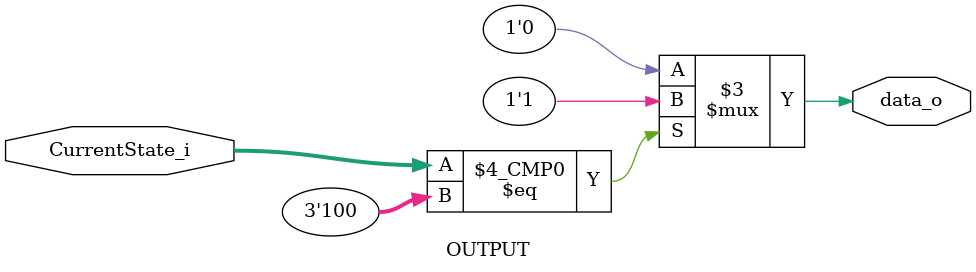
<source format=v>
module OUTPUT(data_o, CurrentState_i);
	parameter	S0 = 3'b000,
					S1 = 3'b001,
					S2 = 3'b010,
					S3 = 3'b011,
					S4 = 3'b100;
					
	input [2:0] CurrentState_i;
	output data_o;
	
	wire [2:0] CurrentState_i;
	reg data_o;
	
	always @ (CurrentState_i) begin
		case (CurrentState_i)
			S4: data_o = 1'b1;
			default: data_o = 1'b0;
		endcase
	end
endmodule
</source>
